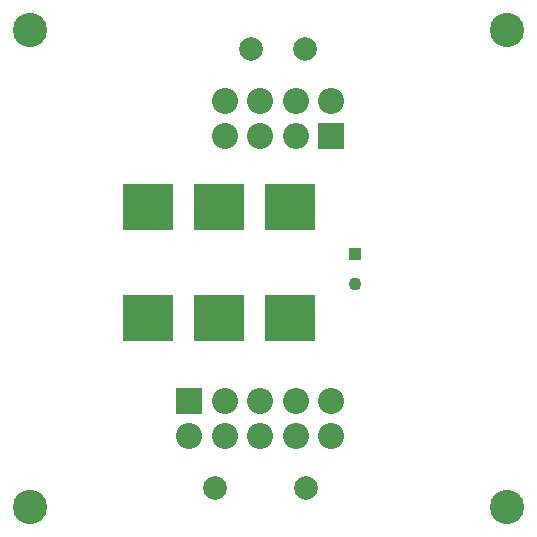
<source format=gts>
G04*
G04 #@! TF.GenerationSoftware,Altium Limited,Altium Designer,19.1.7 (138)*
G04*
G04 Layer_Color=8388736*
%FSLAX25Y25*%
%MOIN*%
G70*
G01*
G75*
%ADD12R,0.16784X0.15800*%
%ADD13C,0.08674*%
%ADD14R,0.08674X0.08674*%
%ADD15C,0.07887*%
%ADD16C,0.04343*%
%ADD17R,0.04343X0.04343*%
%ADD18C,0.11430*%
D12*
X39370Y100000D02*
D03*
Y62992D02*
D03*
X86614Y100000D02*
D03*
Y62992D02*
D03*
X62992Y100000D02*
D03*
Y62992D02*
D03*
D13*
X100394Y35433D02*
D03*
Y23622D02*
D03*
X88583D02*
D03*
X76772D02*
D03*
X64961D02*
D03*
X53150D02*
D03*
X88583Y35433D02*
D03*
X76772D02*
D03*
X64961D02*
D03*
X88583Y123622D02*
D03*
X76772D02*
D03*
X64961D02*
D03*
X100394Y135433D02*
D03*
X88583D02*
D03*
X76772D02*
D03*
X64961D02*
D03*
D14*
X53150Y35433D02*
D03*
X100394Y123622D02*
D03*
D15*
X91890Y6299D02*
D03*
X61654D02*
D03*
X91732Y152756D02*
D03*
X73622D02*
D03*
D16*
X108268Y74410D02*
D03*
D17*
Y84252D02*
D03*
D18*
X0Y0D02*
D03*
X159055D02*
D03*
Y159055D02*
D03*
X0D02*
D03*
M02*

</source>
